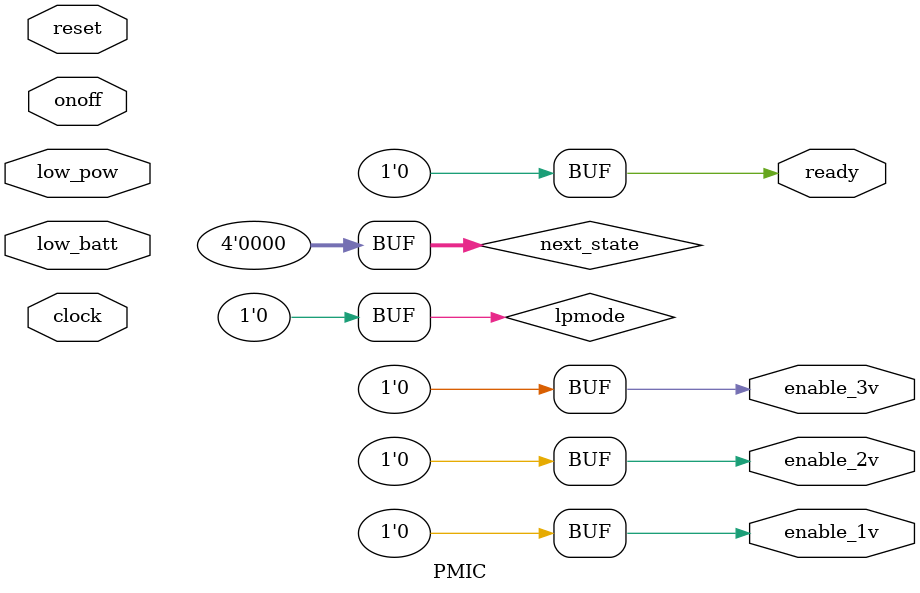
<source format=v>
`timescale 1ns / 1ps
`define TRUE 	1'b1
`define FALSE 	1'b0

//State definitions
`define S0 		4'd0 	//Reset, Initial State
`define S1		4'd1	//Wait for Input state
`define S2		4'd2	//Power on sequence start 
`define S3		4'd3	//3.3V Regulator ON
`define S4		4'd4	//2.5 Regulator ON
`define S5		4'd5	//1.2V Regular ON
`define S6		4'd6	//Power off sequence start
`define S7		4'd7	//1.2V Regulator OFF
`define S8		4'd8	//2.5V Regulator OFF
`define S9		4'd9	//3.3V Regulator OFF

//Delays
`define T1	5
`define T2	6
`define T3	5
`define T4	3
`define T5	3

module PMIC
	(low_batt, low_pow, onoff, reset, enable_3v, enable_2v, enable_1v, ready, clock);

//I/O Ports
input low_batt, low_pow, onoff, reset, clock;
output enable_3v, enable_2v, enable_1v, ready;
//Declared output signals are registers
reg enable_3v, enable_2v, enable_1v, ready;

reg[3:0] state;
reg[3:0] next_state;
reg lpmode;
//Power Management Circuit starts in S0 State
initial
begin
	state = `S0;
	next_state = `S0;
	ready = 0;
	enable_3v = 0;
	enable_2v = 0;
	enable_1v = 0;
	lpmode = 0;
end

//State changes are positive edge triggered
always @(posedge clock)
	state = next_state;
endmodule

</source>
